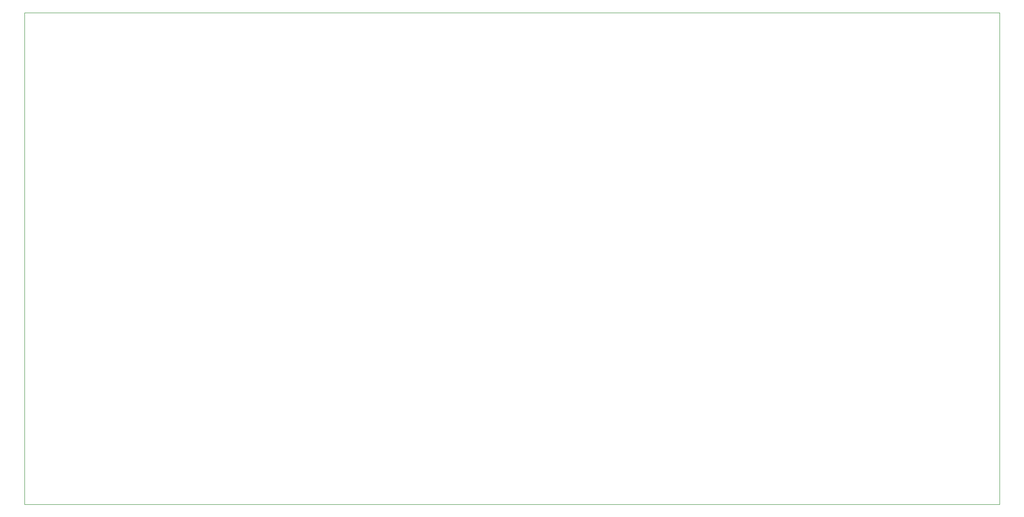
<source format=gbr>
%TF.GenerationSoftware,KiCad,Pcbnew,(6.0.4)*%
%TF.CreationDate,2022-03-31T09:00:27-07:00*%
%TF.ProjectId,hip-factor-3-r,6869702d-6661-4637-946f-722d332d722e,rev?*%
%TF.SameCoordinates,Original*%
%TF.FileFunction,Profile,NP*%
%FSLAX46Y46*%
G04 Gerber Fmt 4.6, Leading zero omitted, Abs format (unit mm)*
G04 Created by KiCad (PCBNEW (6.0.4)) date 2022-03-31 09:00:27*
%MOMM*%
%LPD*%
G01*
G04 APERTURE LIST*
%TA.AperFunction,Profile*%
%ADD10C,0.100000*%
%TD*%
G04 APERTURE END LIST*
D10*
X205000000Y-32000000D02*
X22860000Y-32000000D01*
X22860000Y-32000000D02*
X22860000Y-124000000D01*
X22860000Y-124000000D02*
X205000000Y-124000000D01*
X205000000Y-124000000D02*
X205000000Y-32000000D01*
M02*

</source>
